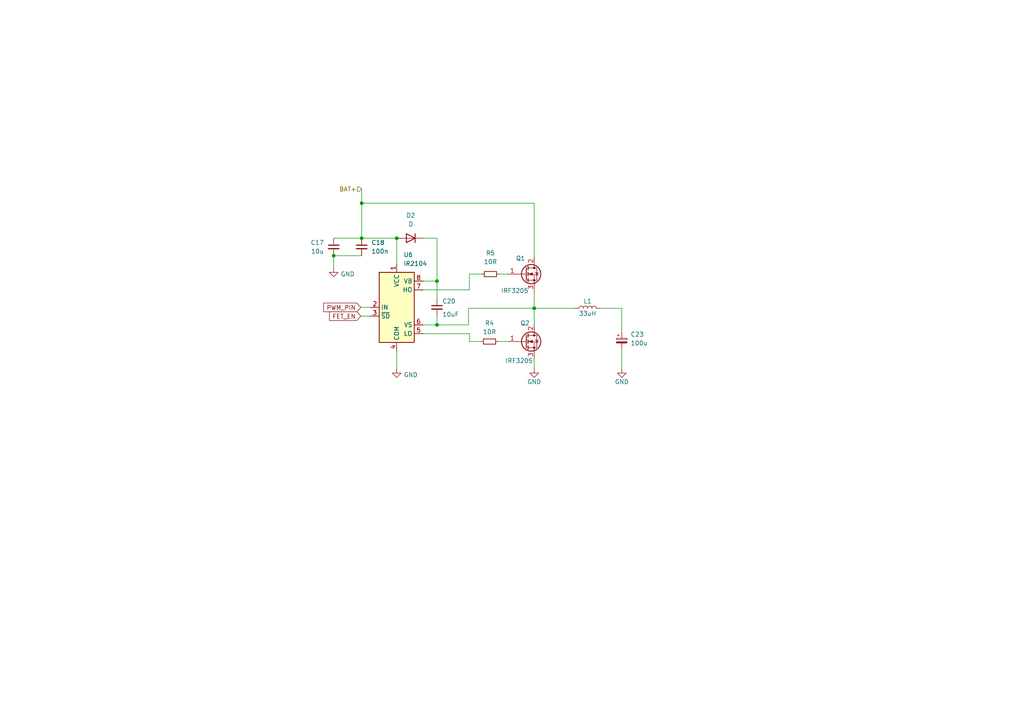
<source format=kicad_sch>
(kicad_sch (version 20230121) (generator eeschema)
  (paper "A4")
  (lib_symbols
    (symbol "Device:C_Polarized_Small" (pin_numbers hide) (pin_names (offset 0.254) hide)
      (property "Reference" "C" (at 0.254 1.778 0))
      (property "Value" "C_Polarized_Small" (at 0.254 -2.032 0))
      (symbol "C_Polarized_Small_0_1"
        (rectangle (start -1.524 -0.3048) (end 1.524 -0.6858) (fill (type outline)))
        (rectangle (start -1.524 0.6858) (end 1.524 0.3048))
        (polyline (pts (xy -1.27 1.524) (xy -0.762 1.524)))
        (polyline (pts (xy -1.016 1.27) (xy -1.016 1.778)))
      )
      (symbol "C_Polarized_Small_1_1"
        (pin passive line (at 0 2.54 270) (length 1.8542) (name "~") (number "1"))
        (pin passive line (at 0 -2.54 90) (length 1.8542) (name "~") (number "2"))
      )
    )
    (symbol "Device:C_Small" (pin_numbers hide) (pin_names (offset 0.254) hide)
      (property "Reference" "C" (at 0.254 1.778 0))
      (property "Value" "C_Small" (at 0.254 -2.032 0))
      (symbol "C_Small_0_1"
        (polyline (pts (xy -1.524 -0.508) (xy 1.524 -0.508)) (stroke (width 0.3302)))
        (polyline (pts (xy -1.524 0.508) (xy 1.524 0.508)) (stroke (width 0.3048)))
      )
      (symbol "C_Small_1_1"
        (pin passive line (at 0 2.54 270) (length 2.032) (name "~") (number "1"))
        (pin passive line (at 0 -2.54 90) (length 2.032) (name "~") (number "2"))
      )
    )
    (symbol "Device:D" (pin_numbers hide) (pin_names (offset 1.016) hide)
      (property "Reference" "D" (at 0 2.54 0))
      (property "Value" "D" (at 0 -2.54 0))
      (symbol "D_0_1"
        (polyline (pts (xy -1.27 1.27) (xy -1.27 -1.27)) (stroke (width 0.254)))
        (polyline (pts (xy 1.27 0) (xy -1.27 0)))
        (polyline (pts (xy 1.27 1.27) (xy 1.27 -1.27) (xy -1.27 0) (xy 1.27 1.27)) (stroke (width 0.254)))
      )
      (symbol "D_1_1"
        (pin passive line (at -3.81 0 0) (length 2.54) (name "K") (number "1"))
        (pin passive line (at 3.81 0 180) (length 2.54) (name "A") (number "2"))
      )
    )
    (symbol "Device:L" (pin_numbers hide) (pin_names (offset 1.016) hide)
      (property "Reference" "L" (at -1.27 0 90))
      (property "Value" "L" (at 1.905 0 90))
      (symbol "L_0_1"
        (arc (start 0 -2.54) (mid 0.6323 -1.905) (end 0 -1.27))
        (arc (start 0 -1.27) (mid 0.6323 -0.635) (end 0 0))
        (arc (start 0 0) (mid 0.6323 0.635) (end 0 1.27))
        (arc (start 0 1.27) (mid 0.6323 1.905) (end 0 2.54))
      )
      (symbol "L_1_1"
        (pin passive line (at 0 3.81 270) (length 1.27) (name "1") (number "1"))
        (pin passive line (at 0 -3.81 90) (length 1.27) (name "2") (number "2"))
      )
    )
    (symbol "Device:R_Small" (pin_numbers hide) (pin_names (offset 0.254) hide)
      (property "Reference" "R" (at 0.762 0.508 0))
      (property "Value" "R_Small" (at 0.762 -1.016 0))
      (symbol "R_Small_0_1"
        (rectangle (start -0.762 1.778) (end 0.762 -1.778) (stroke (width 0.2032)))
      )
      (symbol "R_Small_1_1"
        (pin passive line (at 0 2.54 270) (length 0.762) (name "~") (number "1"))
        (pin passive line (at 0 -2.54 90) (length 0.762) (name "~") (number "2"))
      )
    )
    (symbol "Driver_FET:IR2104"
      (property "Reference" "U" (at 1.27 13.335 0))
      (property "Value" "IR2104" (at 1.27 11.43 0))
      (symbol "IR2104_0_1"
        (rectangle (start -5.08 -10.16) (end 5.08 10.16) (stroke (width 0.254)) (fill (type background)))
      )
      (symbol "IR2104_1_1"
        (pin power_in line (at 0 12.7 270) (length 2.54) (name "VCC") (number "1"))
        (pin input line (at -7.62 0 0) (length 2.54) (name "IN") (number "2"))
        (pin input line (at -7.62 -2.54 0) (length 2.54) (name "~{SD}") (number "3"))
        (pin power_in line (at 0 -12.7 90) (length 2.54) (name "COM") (number "4"))
        (pin output line (at 7.62 -7.62 180) (length 2.54) (name "LO") (number "5"))
        (pin passive line (at 7.62 -5.08 180) (length 2.54) (name "VS") (number "6"))
        (pin output line (at 7.62 5.08 180) (length 2.54) (name "HO") (number "7"))
        (pin passive line (at 7.62 7.62 180) (length 2.54) (name "VB") (number "8"))
      )
    )
    (symbol "Transistor_FET:IRF3205" (pin_names hide)
      (property "Reference" "Q" (at 6.35 1.905 0))
      (property "Value" "IRF3205" (at 6.35 0 0))
      (symbol "IRF3205_0_1"
        (polyline (pts (xy 0.254 0) (xy -2.54 0)))
        (polyline (pts (xy 0.254 1.905) (xy 0.254 -1.905)) (stroke (width 0.254)))
        (polyline (pts (xy 0.762 -1.27) (xy 0.762 -2.286)) (stroke (width 0.254)))
        (polyline (pts (xy 0.762 0.508) (xy 0.762 -0.508)) (stroke (width 0.254)))
        (polyline (pts (xy 0.762 2.286) (xy 0.762 1.27)) (stroke (width 0.254)))
        (polyline (pts (xy 2.54 2.54) (xy 2.54 1.778)))
        (polyline (pts (xy 2.54 -2.54) (xy 2.54 0) (xy 0.762 0)))
        (polyline (pts (xy 0.762 -1.778) (xy 3.302 -1.778) (xy 3.302 1.778) (xy 0.762 1.778)))
        (polyline (pts (xy 1.016 0) (xy 2.032 0.381) (xy 2.032 -0.381) (xy 1.016 0)) (fill (type outline)))
        (polyline (pts (xy 2.794 0.508) (xy 2.921 0.381) (xy 3.683 0.381) (xy 3.81 0.254)))
        (polyline (pts (xy 3.302 0.381) (xy 2.921 -0.254) (xy 3.683 -0.254) (xy 3.302 0.381)))
        (circle (center 1.651 0) (radius 2.794) (stroke (width 0.254)))
        (circle (center 2.54 -1.778) (radius 0.254) (fill (type outline)))
        (circle (center 2.54 1.778) (radius 0.254) (fill (type outline)))
      )
      (symbol "IRF3205_1_1"
        (pin input line (at -5.08 0 0) (length 2.54) (name "G") (number "1"))
        (pin passive line (at 2.54 5.08 270) (length 2.54) (name "D") (number "2"))
        (pin passive line (at 2.54 -5.08 90) (length 2.54) (name "S") (number "3"))
      )
    )
    (symbol "power:GND" (power) (pin_names (offset 0))
      (property "Value" "GND" (at 0 -3.81 0))
      (symbol "GND_0_1"
        (polyline (pts (xy 0 0) (xy 0 -1.27) (xy 1.27 -1.27) (xy 0 -2.54) (xy -1.27 -1.27) (xy 0 -1.27)))
      )
      (symbol "GND_1_1"
        (pin power_in line (at 0 0 270) (length 0) hide (name "GND") (number "1"))
      )
    )
  )
  (junction (at 126.746 81.534))
  (junction (at 104.902 69.088))
  (junction (at 126.746 94.234))
  (junction (at 154.94 89.408))
  (junction (at 104.902 58.928))
  (junction (at 96.774 74.168))
  (junction (at 115.062 69.088))
  (wire (pts (xy 136.144 84.074) (xy 136.144 79.502)))
  (wire (pts (xy 104.648 91.694) (xy 107.442 91.694)))
  (wire (pts (xy 104.902 54.864) (xy 104.902 58.928)))
  (wire (pts (xy 154.94 104.14) (xy 154.94 106.934)))
  (wire (pts (xy 126.746 91.694) (xy 126.746 94.234)))
  (wire (pts (xy 104.902 58.928) (xy 104.902 69.088)))
  (wire (pts (xy 136.144 99.06) (xy 139.446 99.06)))
  (wire (pts (xy 154.94 89.408) (xy 166.624 89.408)))
  (wire (pts (xy 115.062 69.088) (xy 115.316 69.088)))
  (wire (pts (xy 126.746 81.534) (xy 126.746 86.614)))
  (wire (pts (xy 180.34 89.408) (xy 180.34 96.266)))
  (wire (pts (xy 96.774 74.168) (xy 104.902 74.168)))
  (wire (pts (xy 147.32 79.502) (xy 144.78 79.502)))
  (wire (pts (xy 180.34 101.346) (xy 180.34 106.934)))
  (wire (pts (xy 122.682 96.774) (xy 136.144 96.774)))
  (wire (pts (xy 115.062 101.854) (xy 115.062 106.934)))
  (wire (pts (xy 154.94 58.928) (xy 104.902 58.928)))
  (wire (pts (xy 136.144 79.502) (xy 139.7 79.502)))
  (wire (pts (xy 104.902 69.088) (xy 115.062 69.088)))
  (wire (pts (xy 136.144 96.774) (xy 136.144 99.06)))
  (wire (pts (xy 135.89 89.408) (xy 154.94 89.408)))
  (wire (pts (xy 122.682 84.074) (xy 136.144 84.074)))
  (wire (pts (xy 135.89 94.234) (xy 135.89 89.408)))
  (wire (pts (xy 96.774 69.088) (xy 104.902 69.088)))
  (wire (pts (xy 122.936 69.088) (xy 126.746 69.088)))
  (wire (pts (xy 122.682 81.534) (xy 126.746 81.534)))
  (wire (pts (xy 115.062 76.454) (xy 115.062 69.088)))
  (wire (pts (xy 154.94 84.582) (xy 154.94 89.408)))
  (wire (pts (xy 154.94 89.408) (xy 154.94 93.98)))
  (wire (pts (xy 122.682 94.234) (xy 126.746 94.234)))
  (wire (pts (xy 144.526 99.06) (xy 147.32 99.06)))
  (wire (pts (xy 104.648 89.154) (xy 107.442 89.154)))
  (wire (pts (xy 126.746 94.234) (xy 135.89 94.234)))
  (wire (pts (xy 174.244 89.408) (xy 180.34 89.408)))
  (wire (pts (xy 126.746 69.088) (xy 126.746 81.534)))
  (wire (pts (xy 96.774 74.168) (xy 96.774 77.724)))
  (wire (pts (xy 154.94 74.422) (xy 154.94 58.928)))
  (global_label "FET_EN" (shape input) (at 104.648 91.694 180) (property "Intersheetrefs" "${INTERSHEET_REFS}" (effects hide)))
  (global_label "PWM_PIN" (shape input) (at 104.648 89.154 180) (property "Intersheetrefs" "${INTERSHEET_REFS}" (effects hide)))
  (hierarchical_label "BAT+" (shape input) (at 104.902 54.864 180))
  (symbol (lib_id "power:GND") (at 115.062 106.934 0) (unit 1)
    (property "Reference" "#PWR031" (effects hide))
    (property "Value" "GND" (at 119.126 108.712 0))
  )
  (symbol (lib_id "Transistor_FET:IRF3205") (at 152.4 99.06 0) (unit 1)
    (property "Reference" "Q2" (at 150.876 93.726 0) (effects (justify left)))
    (property "Value" "IRF3205" (at 146.558 104.648 0) (effects (justify left)))
    (property "Footprint" "Package_TO_SOT_THT:TO-220-3_Vertical" (effects hide))
    (property "Datasheet" "http://www.irf.com/product-info/datasheets/data/irf3205.pdf" (effects hide))
  )
  (symbol (lib_id "Device:R_Small") (at 142.24 79.502 90) (unit 1)
    (property "Reference" "R5" (at 142.24 73.406 90))
    (property "Value" "10R" (at 142.24 75.946 90))
  )
  (symbol (lib_id "Transistor_FET:IRF3205") (at 152.4 79.502 0) (unit 1)
    (property "Reference" "Q1" (at 149.606 74.93 0) (effects (justify left)))
    (property "Value" "IRF3205" (at 145.288 84.328 0) (effects (justify left)))
    (property "Footprint" "Package_TO_SOT_THT:TO-220-3_Vertical" (effects hide))
    (property "Datasheet" "http://www.irf.com/product-info/datasheets/data/irf3205.pdf" (effects hide))
  )
  (symbol (lib_id "Device:D") (at 119.126 69.088 0) (mirror y) (unit 1)
    (property "Reference" "D2" (at 119.126 62.484 0))
    (property "Value" "D" (at 119.126 65.024 0))
    (property "Sim.Device" "D" (effects hide))
    (property "Sim.Pins" "1=K 2=A" (effects hide))
  )
  (symbol (lib_id "Device:C_Small") (at 96.774 71.628 0) (mirror y) (unit 1)
    (property "Reference" "C17" (at 93.98 70.3643 0) (effects (justify left)))
    (property "Value" "10u" (at 93.98 72.9043 0) (effects (justify left)))
  )
  (symbol (lib_id "Device:L") (at 170.434 89.408 90) (unit 1)
    (property "Reference" "L1" (at 170.434 87.376 90))
    (property "Value" "33uH" (at 170.434 90.932 90))
  )
  (symbol (lib_id "Device:C_Polarized_Small") (at 180.34 98.806 0) (unit 1)
    (property "Reference" "C23" (at 182.88 96.9899 0) (effects (justify left)))
    (property "Value" "100u" (at 182.88 99.5299 0) (effects (justify left)))
  )
  (symbol (lib_id "power:GND") (at 96.774 77.724 0) (unit 1)
    (property "Reference" "#PWR030" (effects hide))
    (property "Value" "GND" (at 100.838 79.502 0))
  )
  (symbol (lib_id "Device:C_Small") (at 126.746 89.154 0) (unit 1)
    (property "Reference" "C20" (at 128.27 87.376 0) (effects (justify left)))
    (property "Value" "10uF" (at 128.27 91.186 0) (effects (justify left)))
  )
  (symbol (lib_id "Driver_FET:IR2104") (at 115.062 89.154 0) (unit 1)
    (property "Reference" "U6" (at 117.0179 73.914 0) (effects (justify left)))
    (property "Value" "IR2104" (at 117.0179 76.454 0) (effects (justify left)))
    (property "Datasheet" "https://www.infineon.com/dgdl/ir2104.pdf?fileId=5546d462533600a4015355c7c1c31671" (effects hide))
  )
  (symbol (lib_id "power:GND") (at 154.94 106.934 0) (unit 1)
    (property "Reference" "#PWR032" (effects hide))
    (property "Value" "GND" (at 154.94 110.744 0))
  )
  (symbol (lib_id "Device:R_Small") (at 141.986 99.06 90) (unit 1)
    (property "Reference" "R4" (at 141.986 93.726 90))
    (property "Value" "10R" (at 141.986 96.266 90))
  )
  (symbol (lib_id "power:GND") (at 180.34 106.934 0) (unit 1)
    (property "Reference" "#PWR033" (effects hide))
    (property "Value" "GND" (at 180.34 110.744 0))
  )
  (symbol (lib_id "Device:C_Small") (at 104.902 71.628 0) (unit 1)
    (property "Reference" "C18" (at 107.696 70.3643 0) (effects (justify left)))
    (property "Value" "100n" (at 107.696 72.9043 0) (effects (justify left)))
  )
)
</source>
